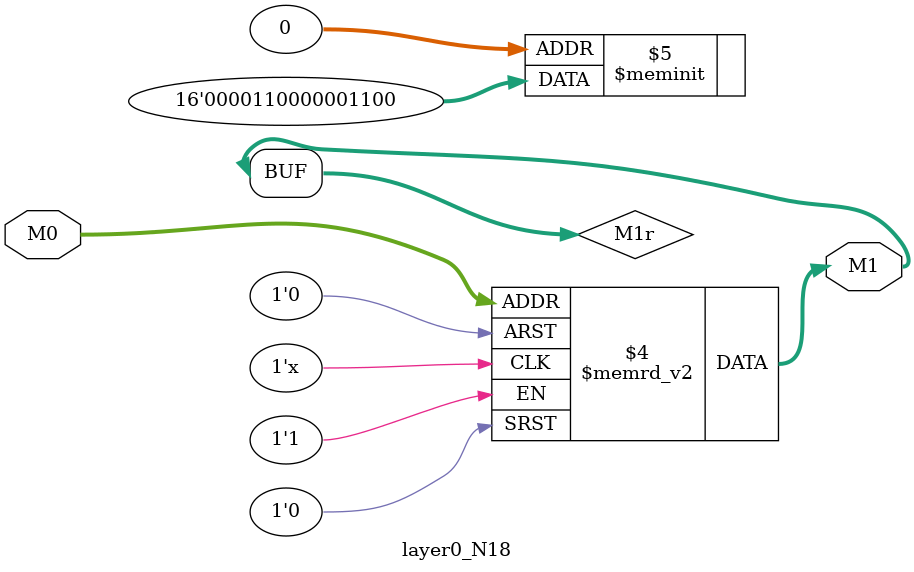
<source format=v>
module layer0_N18 ( input [2:0] M0, output [1:0] M1 );

	(*rom_style = "distributed" *) reg [1:0] M1r;
	assign M1 = M1r;
	always @ (M0) begin
		case (M0)
			3'b000: M1r = 2'b00;
			3'b100: M1r = 2'b00;
			3'b010: M1r = 2'b00;
			3'b110: M1r = 2'b00;
			3'b001: M1r = 2'b11;
			3'b101: M1r = 2'b11;
			3'b011: M1r = 2'b00;
			3'b111: M1r = 2'b00;

		endcase
	end
endmodule

</source>
